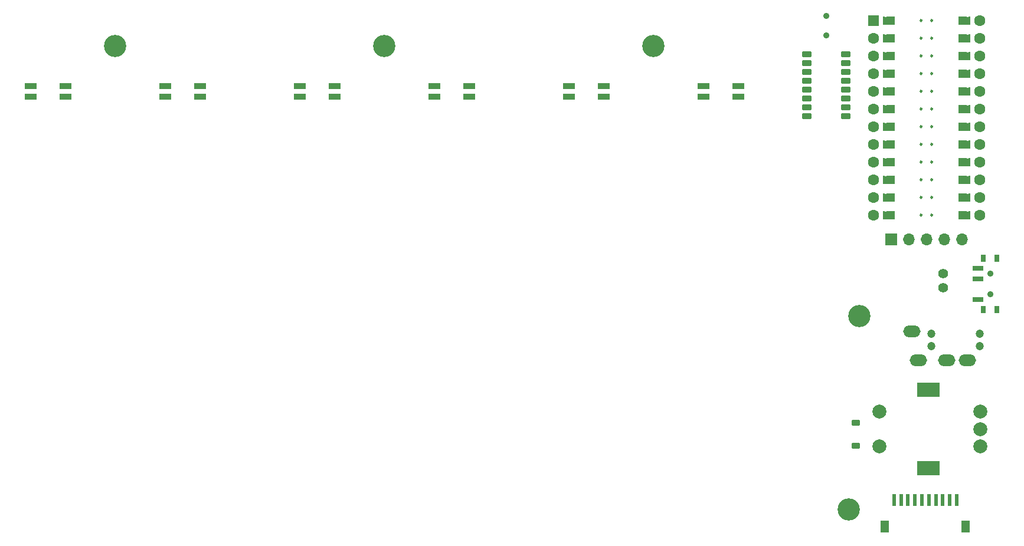
<source format=gts>
G04 #@! TF.GenerationSoftware,KiCad,Pcbnew,7.0.5*
G04 #@! TF.CreationDate,2024-01-21T02:42:58-08:00*
G04 #@! TF.ProjectId,Seismos_5CoreLShift,53656973-6d6f-4735-9f35-436f72654c53,rev?*
G04 #@! TF.SameCoordinates,Original*
G04 #@! TF.FileFunction,Soldermask,Top*
G04 #@! TF.FilePolarity,Negative*
%FSLAX46Y46*%
G04 Gerber Fmt 4.6, Leading zero omitted, Abs format (unit mm)*
G04 Created by KiCad (PCBNEW 7.0.5) date 2024-01-21 02:42:58*
%MOMM*%
%LPD*%
G01*
G04 APERTURE LIST*
G04 Aperture macros list*
%AMRoundRect*
0 Rectangle with rounded corners*
0 $1 Rounding radius*
0 $2 $3 $4 $5 $6 $7 $8 $9 X,Y pos of 4 corners*
0 Add a 4 corners polygon primitive as box body*
4,1,4,$2,$3,$4,$5,$6,$7,$8,$9,$2,$3,0*
0 Add four circle primitives for the rounded corners*
1,1,$1+$1,$2,$3*
1,1,$1+$1,$4,$5*
1,1,$1+$1,$6,$7*
1,1,$1+$1,$8,$9*
0 Add four rect primitives between the rounded corners*
20,1,$1+$1,$2,$3,$4,$5,0*
20,1,$1+$1,$4,$5,$6,$7,0*
20,1,$1+$1,$6,$7,$8,$9,0*
20,1,$1+$1,$8,$9,$2,$3,0*%
%AMFreePoly0*
4,1,6,0.600000,0.200000,0.000000,-0.400000,-0.600000,0.200000,-0.600000,0.400000,0.600000,0.400000,0.600000,0.200000,0.600000,0.200000,$1*%
%AMFreePoly1*
4,1,6,0.600000,-0.250000,-0.600000,-0.250000,-0.600000,1.000000,0.000000,0.400000,0.600000,1.000000,0.600000,-0.250000,0.600000,-0.250000,$1*%
G04 Aperture macros list end*
%ADD10C,0.250000*%
%ADD11C,0.100000*%
%ADD12C,2.000000*%
%ADD13R,3.200000X2.000000*%
%ADD14C,1.200000*%
%ADD15O,2.500000X1.700000*%
%ADD16R,1.803400X0.812800*%
%ADD17C,3.200000*%
%ADD18R,1.700000X1.700000*%
%ADD19O,1.700000X1.700000*%
%ADD20R,0.600000X1.700000*%
%ADD21R,1.200000X1.800000*%
%ADD22C,0.900000*%
%ADD23R,1.500000X0.700000*%
%ADD24R,0.800000X1.000000*%
%ADD25C,1.400000*%
%ADD26C,1.600000*%
%ADD27FreePoly0,270.000000*%
%ADD28FreePoly0,90.000000*%
%ADD29R,1.600000X1.600000*%
%ADD30FreePoly1,270.000000*%
%ADD31FreePoly1,90.000000*%
%ADD32RoundRect,0.225000X-0.375000X0.225000X-0.375000X-0.225000X0.375000X-0.225000X0.375000X0.225000X0*%
%ADD33RoundRect,0.102000X-0.600000X0.300000X-0.600000X-0.300000X0.600000X-0.300000X0.600000X0.300000X0*%
G04 APERTURE END LIST*
D10*
X166523000Y-22286000D02*
G75*
G03*
X166523000Y-22286000I-125000J0D01*
G01*
X164999000Y-22286000D02*
G75*
G03*
X164999000Y-22286000I-125000J0D01*
G01*
X166523000Y-24826000D02*
G75*
G03*
X166523000Y-24826000I-125000J0D01*
G01*
X164999000Y-24826000D02*
G75*
G03*
X164999000Y-24826000I-125000J0D01*
G01*
X166523000Y-27366000D02*
G75*
G03*
X166523000Y-27366000I-125000J0D01*
G01*
X164999000Y-27366000D02*
G75*
G03*
X164999000Y-27366000I-125000J0D01*
G01*
X166523000Y-29906000D02*
G75*
G03*
X166523000Y-29906000I-125000J0D01*
G01*
X164999000Y-29906000D02*
G75*
G03*
X164999000Y-29906000I-125000J0D01*
G01*
X166523000Y-32446000D02*
G75*
G03*
X166523000Y-32446000I-125000J0D01*
G01*
X164999000Y-32446000D02*
G75*
G03*
X164999000Y-32446000I-125000J0D01*
G01*
X166523000Y-34986000D02*
G75*
G03*
X166523000Y-34986000I-125000J0D01*
G01*
X164999000Y-34986000D02*
G75*
G03*
X164999000Y-34986000I-125000J0D01*
G01*
X166523000Y-37526000D02*
G75*
G03*
X166523000Y-37526000I-125000J0D01*
G01*
X164999000Y-37526000D02*
G75*
G03*
X164999000Y-37526000I-125000J0D01*
G01*
X166523000Y-40066000D02*
G75*
G03*
X166523000Y-40066000I-125000J0D01*
G01*
X164999000Y-40066000D02*
G75*
G03*
X164999000Y-40066000I-125000J0D01*
G01*
X166523000Y-42606000D02*
G75*
G03*
X166523000Y-42606000I-125000J0D01*
G01*
X164999000Y-42606000D02*
G75*
G03*
X164999000Y-42606000I-125000J0D01*
G01*
X166523000Y-45146000D02*
G75*
G03*
X166523000Y-45146000I-125000J0D01*
G01*
X164999000Y-45146000D02*
G75*
G03*
X164999000Y-45146000I-125000J0D01*
G01*
X166523000Y-47686000D02*
G75*
G03*
X166523000Y-47686000I-125000J0D01*
G01*
X164999000Y-47686000D02*
G75*
G03*
X164999000Y-47686000I-125000J0D01*
G01*
X166523000Y-50226000D02*
G75*
G03*
X166523000Y-50226000I-125000J0D01*
G01*
X164999000Y-50226000D02*
G75*
G03*
X164999000Y-50226000I-125000J0D01*
G01*
D11*
X160556000Y-22794000D02*
X159540000Y-22794000D01*
X159540000Y-21778000D01*
X160556000Y-21778000D01*
X160556000Y-22794000D01*
G36*
X160556000Y-22794000D02*
G01*
X159540000Y-22794000D01*
X159540000Y-21778000D01*
X160556000Y-21778000D01*
X160556000Y-22794000D01*
G37*
X171732000Y-22794000D02*
X170716000Y-22794000D01*
X170716000Y-21778000D01*
X171732000Y-21778000D01*
X171732000Y-22794000D01*
G36*
X171732000Y-22794000D02*
G01*
X170716000Y-22794000D01*
X170716000Y-21778000D01*
X171732000Y-21778000D01*
X171732000Y-22794000D01*
G37*
X160556000Y-25334000D02*
X159540000Y-25334000D01*
X159540000Y-24318000D01*
X160556000Y-24318000D01*
X160556000Y-25334000D01*
G36*
X160556000Y-25334000D02*
G01*
X159540000Y-25334000D01*
X159540000Y-24318000D01*
X160556000Y-24318000D01*
X160556000Y-25334000D01*
G37*
X171732000Y-25334000D02*
X170716000Y-25334000D01*
X170716000Y-24318000D01*
X171732000Y-24318000D01*
X171732000Y-25334000D01*
G36*
X171732000Y-25334000D02*
G01*
X170716000Y-25334000D01*
X170716000Y-24318000D01*
X171732000Y-24318000D01*
X171732000Y-25334000D01*
G37*
X160556000Y-27874000D02*
X159540000Y-27874000D01*
X159540000Y-26858000D01*
X160556000Y-26858000D01*
X160556000Y-27874000D01*
G36*
X160556000Y-27874000D02*
G01*
X159540000Y-27874000D01*
X159540000Y-26858000D01*
X160556000Y-26858000D01*
X160556000Y-27874000D01*
G37*
X171732000Y-27874000D02*
X170716000Y-27874000D01*
X170716000Y-26858000D01*
X171732000Y-26858000D01*
X171732000Y-27874000D01*
G36*
X171732000Y-27874000D02*
G01*
X170716000Y-27874000D01*
X170716000Y-26858000D01*
X171732000Y-26858000D01*
X171732000Y-27874000D01*
G37*
X160556000Y-30414000D02*
X159540000Y-30414000D01*
X159540000Y-29398000D01*
X160556000Y-29398000D01*
X160556000Y-30414000D01*
G36*
X160556000Y-30414000D02*
G01*
X159540000Y-30414000D01*
X159540000Y-29398000D01*
X160556000Y-29398000D01*
X160556000Y-30414000D01*
G37*
X171732000Y-30414000D02*
X170716000Y-30414000D01*
X170716000Y-29398000D01*
X171732000Y-29398000D01*
X171732000Y-30414000D01*
G36*
X171732000Y-30414000D02*
G01*
X170716000Y-30414000D01*
X170716000Y-29398000D01*
X171732000Y-29398000D01*
X171732000Y-30414000D01*
G37*
X160556000Y-32954000D02*
X159540000Y-32954000D01*
X159540000Y-31938000D01*
X160556000Y-31938000D01*
X160556000Y-32954000D01*
G36*
X160556000Y-32954000D02*
G01*
X159540000Y-32954000D01*
X159540000Y-31938000D01*
X160556000Y-31938000D01*
X160556000Y-32954000D01*
G37*
X171732000Y-32954000D02*
X170716000Y-32954000D01*
X170716000Y-31938000D01*
X171732000Y-31938000D01*
X171732000Y-32954000D01*
G36*
X171732000Y-32954000D02*
G01*
X170716000Y-32954000D01*
X170716000Y-31938000D01*
X171732000Y-31938000D01*
X171732000Y-32954000D01*
G37*
X160556000Y-35494000D02*
X159540000Y-35494000D01*
X159540000Y-34478000D01*
X160556000Y-34478000D01*
X160556000Y-35494000D01*
G36*
X160556000Y-35494000D02*
G01*
X159540000Y-35494000D01*
X159540000Y-34478000D01*
X160556000Y-34478000D01*
X160556000Y-35494000D01*
G37*
X171732000Y-35494000D02*
X170716000Y-35494000D01*
X170716000Y-34478000D01*
X171732000Y-34478000D01*
X171732000Y-35494000D01*
G36*
X171732000Y-35494000D02*
G01*
X170716000Y-35494000D01*
X170716000Y-34478000D01*
X171732000Y-34478000D01*
X171732000Y-35494000D01*
G37*
X160556000Y-38034000D02*
X159540000Y-38034000D01*
X159540000Y-37018000D01*
X160556000Y-37018000D01*
X160556000Y-38034000D01*
G36*
X160556000Y-38034000D02*
G01*
X159540000Y-38034000D01*
X159540000Y-37018000D01*
X160556000Y-37018000D01*
X160556000Y-38034000D01*
G37*
X171732000Y-38034000D02*
X170716000Y-38034000D01*
X170716000Y-37018000D01*
X171732000Y-37018000D01*
X171732000Y-38034000D01*
G36*
X171732000Y-38034000D02*
G01*
X170716000Y-38034000D01*
X170716000Y-37018000D01*
X171732000Y-37018000D01*
X171732000Y-38034000D01*
G37*
X160556000Y-40574000D02*
X159540000Y-40574000D01*
X159540000Y-39558000D01*
X160556000Y-39558000D01*
X160556000Y-40574000D01*
G36*
X160556000Y-40574000D02*
G01*
X159540000Y-40574000D01*
X159540000Y-39558000D01*
X160556000Y-39558000D01*
X160556000Y-40574000D01*
G37*
X171732000Y-40574000D02*
X170716000Y-40574000D01*
X170716000Y-39558000D01*
X171732000Y-39558000D01*
X171732000Y-40574000D01*
G36*
X171732000Y-40574000D02*
G01*
X170716000Y-40574000D01*
X170716000Y-39558000D01*
X171732000Y-39558000D01*
X171732000Y-40574000D01*
G37*
X160556000Y-43114000D02*
X159540000Y-43114000D01*
X159540000Y-42098000D01*
X160556000Y-42098000D01*
X160556000Y-43114000D01*
G36*
X160556000Y-43114000D02*
G01*
X159540000Y-43114000D01*
X159540000Y-42098000D01*
X160556000Y-42098000D01*
X160556000Y-43114000D01*
G37*
X171732000Y-43114000D02*
X170716000Y-43114000D01*
X170716000Y-42098000D01*
X171732000Y-42098000D01*
X171732000Y-43114000D01*
G36*
X171732000Y-43114000D02*
G01*
X170716000Y-43114000D01*
X170716000Y-42098000D01*
X171732000Y-42098000D01*
X171732000Y-43114000D01*
G37*
X160556000Y-45654000D02*
X159540000Y-45654000D01*
X159540000Y-44638000D01*
X160556000Y-44638000D01*
X160556000Y-45654000D01*
G36*
X160556000Y-45654000D02*
G01*
X159540000Y-45654000D01*
X159540000Y-44638000D01*
X160556000Y-44638000D01*
X160556000Y-45654000D01*
G37*
X171732000Y-45654000D02*
X170716000Y-45654000D01*
X170716000Y-44638000D01*
X171732000Y-44638000D01*
X171732000Y-45654000D01*
G36*
X171732000Y-45654000D02*
G01*
X170716000Y-45654000D01*
X170716000Y-44638000D01*
X171732000Y-44638000D01*
X171732000Y-45654000D01*
G37*
X160556000Y-48194000D02*
X159540000Y-48194000D01*
X159540000Y-47178000D01*
X160556000Y-47178000D01*
X160556000Y-48194000D01*
G36*
X160556000Y-48194000D02*
G01*
X159540000Y-48194000D01*
X159540000Y-47178000D01*
X160556000Y-47178000D01*
X160556000Y-48194000D01*
G37*
X171732000Y-48194000D02*
X170716000Y-48194000D01*
X170716000Y-47178000D01*
X171732000Y-47178000D01*
X171732000Y-48194000D01*
G36*
X171732000Y-48194000D02*
G01*
X170716000Y-48194000D01*
X170716000Y-47178000D01*
X171732000Y-47178000D01*
X171732000Y-48194000D01*
G37*
X160556000Y-50734000D02*
X159540000Y-50734000D01*
X159540000Y-49718000D01*
X160556000Y-49718000D01*
X160556000Y-50734000D01*
G36*
X160556000Y-50734000D02*
G01*
X159540000Y-50734000D01*
X159540000Y-49718000D01*
X160556000Y-49718000D01*
X160556000Y-50734000D01*
G37*
X171732000Y-50734000D02*
X170716000Y-50734000D01*
X170716000Y-49718000D01*
X171732000Y-49718000D01*
X171732000Y-50734000D01*
G36*
X171732000Y-50734000D02*
G01*
X170716000Y-50734000D01*
X170716000Y-49718000D01*
X171732000Y-49718000D01*
X171732000Y-50734000D01*
G37*
D12*
X173390000Y-83460000D03*
X173390000Y-78460000D03*
X173390000Y-80960000D03*
D13*
X165890000Y-86560000D03*
X165890000Y-75360000D03*
D12*
X158890000Y-78460000D03*
X158890000Y-83460000D03*
D14*
X173330000Y-67275000D03*
X166330000Y-67275000D03*
X173330000Y-69025000D03*
X166330000Y-69025000D03*
D15*
X164530000Y-71125000D03*
X168530000Y-71125000D03*
X171530000Y-71125000D03*
X163530000Y-66925000D03*
D16*
X37148100Y-33249300D03*
X37148100Y-31750700D03*
X42151900Y-31750700D03*
X42151900Y-33249300D03*
X133648100Y-33249300D03*
X133648100Y-31750700D03*
X138651900Y-31750700D03*
X138651900Y-33249300D03*
X95048100Y-33249300D03*
X95048100Y-31750700D03*
X100051900Y-31750700D03*
X100051900Y-33249300D03*
X75748100Y-33249300D03*
X75748100Y-31750700D03*
X80751900Y-31750700D03*
X80751900Y-33249300D03*
D17*
X156000000Y-64750000D03*
X87900000Y-26000000D03*
D18*
X160556000Y-53766000D03*
D19*
X163096000Y-53766000D03*
X165636000Y-53766000D03*
X168176000Y-53766000D03*
X170716000Y-53766000D03*
D20*
X161000000Y-91114000D03*
X162000000Y-91114000D03*
X163000000Y-91115000D03*
X164000000Y-91115000D03*
X165000000Y-91115000D03*
X166000000Y-91115000D03*
X167000000Y-91115000D03*
X168000000Y-91115000D03*
X169000000Y-91115000D03*
X170000000Y-91115000D03*
D21*
X159700000Y-94990000D03*
X171300000Y-94990000D03*
D22*
X174800000Y-61632000D03*
X174800000Y-58632000D03*
D23*
X173050000Y-59382000D03*
D24*
X173835000Y-63782000D03*
X175765000Y-63782000D03*
X173835000Y-56482000D03*
X175765000Y-56482000D03*
D23*
X173050000Y-57882000D03*
X173050000Y-62382000D03*
D17*
X49300000Y-26000000D03*
D25*
X168050500Y-58632000D03*
X168050500Y-60632000D03*
D17*
X126500000Y-26000000D03*
D26*
X173256000Y-22286000D03*
D27*
X171478000Y-22286000D03*
D28*
X159794000Y-22286000D03*
D26*
X158016000Y-22286000D03*
D29*
X158016000Y-22286000D03*
D26*
X173256000Y-24826000D03*
D27*
X171478000Y-24826000D03*
D28*
X159794000Y-24826000D03*
D26*
X158016000Y-24826000D03*
X173256000Y-27366000D03*
D27*
X171478000Y-27366000D03*
D28*
X159794000Y-27366000D03*
D26*
X158016000Y-27366000D03*
X173256000Y-29906000D03*
D27*
X171478000Y-29906000D03*
D28*
X159794000Y-29906000D03*
D26*
X158016000Y-29906000D03*
X173256000Y-32446000D03*
D27*
X171478000Y-32446000D03*
D28*
X159794000Y-32446000D03*
D26*
X158016000Y-32446000D03*
X173256000Y-34986000D03*
D27*
X171478000Y-34986000D03*
D28*
X159794000Y-34986000D03*
D26*
X158016000Y-34986000D03*
X173256000Y-37526000D03*
D27*
X171478000Y-37526000D03*
D28*
X159794000Y-37526000D03*
D26*
X158016000Y-37526000D03*
X173256000Y-40066000D03*
D27*
X171478000Y-40066000D03*
D28*
X159794000Y-40066000D03*
D26*
X158016000Y-40066000D03*
X173256000Y-42606000D03*
D27*
X171478000Y-42606000D03*
D28*
X159794000Y-42606000D03*
D26*
X158016000Y-42606000D03*
X173256000Y-45146000D03*
D27*
X171478000Y-45146000D03*
D28*
X159794000Y-45146000D03*
D26*
X158016000Y-45146000D03*
X173256000Y-47686000D03*
D27*
X171478000Y-47686000D03*
D28*
X159794000Y-47686000D03*
D26*
X158016000Y-47686000D03*
X173256000Y-50226000D03*
D27*
X171478000Y-50226000D03*
D28*
X159794000Y-50226000D03*
D26*
X158016000Y-50226000D03*
D30*
X170462000Y-22286000D03*
X170462000Y-24826000D03*
X170462000Y-27366000D03*
X170462000Y-29906000D03*
X170462000Y-32446000D03*
X170462000Y-34986000D03*
X170462000Y-37526000D03*
X170462000Y-40066000D03*
X170462000Y-42606000D03*
X170462000Y-45146000D03*
X170462000Y-47686000D03*
X170462000Y-50226000D03*
D31*
X160810000Y-50226000D03*
X160810000Y-47686000D03*
X160810000Y-45146000D03*
X160810000Y-42606000D03*
X160810000Y-40066000D03*
X160810000Y-37526000D03*
X160810000Y-34986000D03*
X160810000Y-32446000D03*
X160810000Y-29906000D03*
X160810000Y-27366000D03*
X160810000Y-24826000D03*
X160810000Y-22286000D03*
D16*
X114348100Y-33249300D03*
X114348100Y-31750700D03*
X119351900Y-31750700D03*
X119351900Y-33249300D03*
D17*
X154500000Y-92500000D03*
D32*
X155500000Y-80050000D03*
X155500000Y-83350000D03*
D16*
X56448100Y-33249300D03*
X56448100Y-31750700D03*
X61451900Y-31750700D03*
X61451900Y-33249300D03*
D33*
X148500000Y-27155000D03*
X148500000Y-28425000D03*
X148500000Y-29695000D03*
X148500000Y-30965000D03*
X148500000Y-32235000D03*
X148500000Y-33505000D03*
X148500000Y-34775000D03*
X148500000Y-36045000D03*
X154100000Y-36045000D03*
X154100000Y-34775000D03*
X154100000Y-33505000D03*
X154100000Y-32235000D03*
X154100000Y-30965000D03*
X154100000Y-29695000D03*
X154100000Y-28425000D03*
X154100000Y-27155000D03*
D22*
X151287500Y-24449500D03*
X151287500Y-21649500D03*
M02*

</source>
